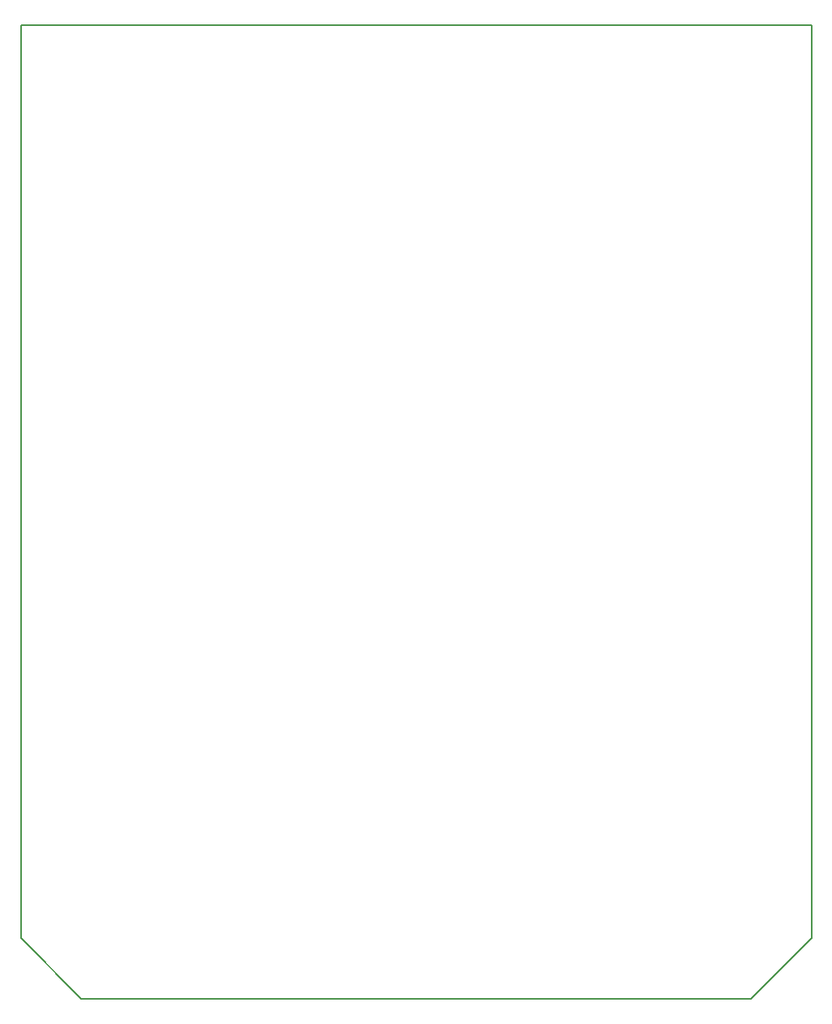
<source format=gbr>
%TF.GenerationSoftware,KiCad,Pcbnew,(6.0.0)*%
%TF.CreationDate,2022-06-28T12:49:40+09:30*%
%TF.ProjectId,Indicator V2,496e6469-6361-4746-9f72-2056322e6b69,E*%
%TF.SameCoordinates,Original*%
%TF.FileFunction,Profile,NP*%
%FSLAX46Y46*%
G04 Gerber Fmt 4.6, Leading zero omitted, Abs format (unit mm)*
G04 Created by KiCad (PCBNEW (6.0.0)) date 2022-06-28 12:49:40*
%MOMM*%
%LPD*%
G01*
G04 APERTURE LIST*
%TA.AperFunction,Profile*%
%ADD10C,0.200000*%
%TD*%
G04 APERTURE END LIST*
D10*
X177482107Y-154800000D02*
X107517893Y-154800000D01*
X177482107Y-154800000D02*
X183775000Y-148507107D01*
X107517893Y-154800000D02*
X101225000Y-148507107D01*
X183775000Y-148507107D02*
X183775000Y-53200000D01*
X183775000Y-53200000D02*
X101225000Y-53200000D01*
X101225000Y-148507107D02*
X101225000Y-53200000D01*
M02*

</source>
